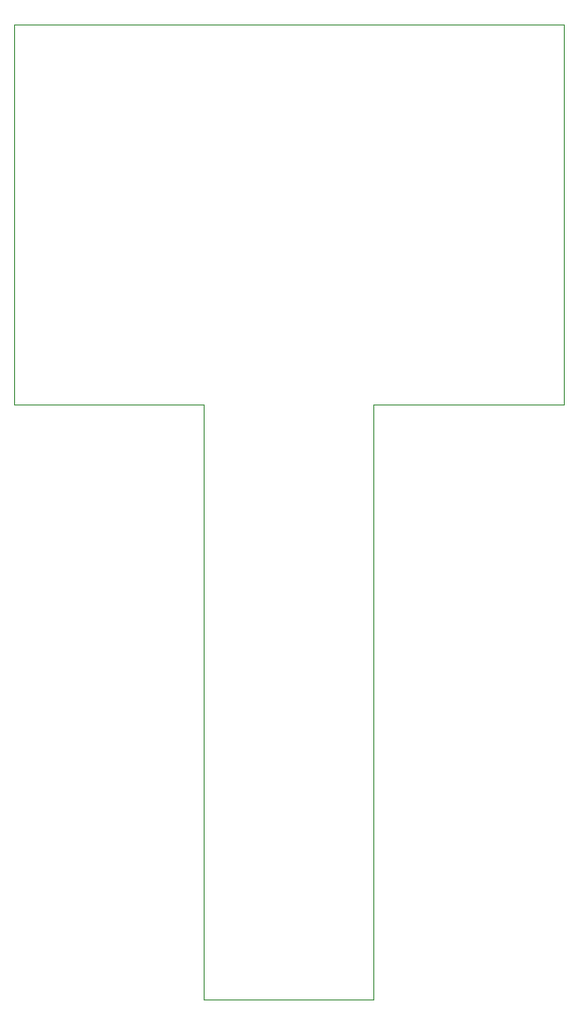
<source format=gbr>
G04 #@! TF.GenerationSoftware,KiCad,Pcbnew,6.0.9+dfsg-1*
G04 #@! TF.CreationDate,2022-12-29T08:22:08+02:00*
G04 #@! TF.ProjectId,ATF1502AS-EVB,41544631-3530-4324-9153-2d4556422e6b,rev?*
G04 #@! TF.SameCoordinates,PX75d6040PY9a0c090*
G04 #@! TF.FileFunction,Profile,NP*
%FSLAX46Y46*%
G04 Gerber Fmt 4.6, Leading zero omitted, Abs format (unit mm)*
G04 Created by KiCad (PCBNEW 6.0.9+dfsg-1) date 2022-12-29 08:22:08*
%MOMM*%
%LPD*%
G01*
G04 APERTURE LIST*
G04 #@! TA.AperFunction,Profile*
%ADD10C,0.050000*%
G04 #@! TD*
G04 APERTURE END LIST*
D10*
X40410000Y61568000D02*
X57460000Y61568000D01*
X8120000Y95650000D02*
X8120000Y61568000D01*
X8120000Y61568000D02*
X25170000Y61568000D01*
X25170000Y8120000D02*
X40410000Y8120000D01*
X57460000Y61568000D02*
X57460000Y95650000D01*
X25170000Y8120000D02*
X25170000Y61568000D01*
X40410000Y8120000D02*
X40410000Y61568000D01*
X57460000Y95650000D02*
X8120000Y95650000D01*
M02*

</source>
